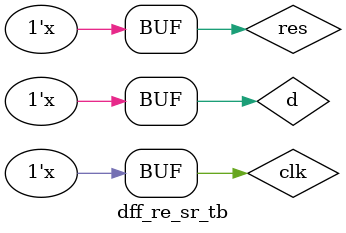
<source format=v>
`include "Hadif_B190513CS_Q01b.v"
module dff_re_sr_tb;

wire q, q1;
reg clk, d, res;

dff_re_sr dff1(q, q1, d, clk, res);

initial
begin
  clk=0;
  d=0;
  res=1;
  $dumpfile("dff.vcd");
  $dumpvars(0, dff1);
  $display("clk res d q q'");
  $monitor(" %b  %b  %b %b %b", clk, res, d, q, q1);
end

always #5 d = ~d;
always #3 clk = ~clk;
always #13 res = ~res;

endmodule
</source>
